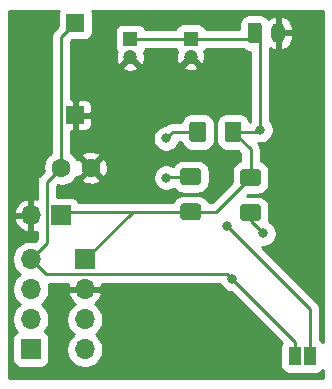
<source format=gbr>
%TF.GenerationSoftware,KiCad,Pcbnew,(5.1.6-0-10_14)*%
%TF.CreationDate,2020-10-28T22:54:16-04:00*%
%TF.ProjectId,weather_external,77656174-6865-4725-9f65-787465726e61,rev?*%
%TF.SameCoordinates,Original*%
%TF.FileFunction,Copper,L2,Bot*%
%TF.FilePolarity,Positive*%
%FSLAX46Y46*%
G04 Gerber Fmt 4.6, Leading zero omitted, Abs format (unit mm)*
G04 Created by KiCad (PCBNEW (5.1.6-0-10_14)) date 2020-10-28 22:54:16*
%MOMM*%
%LPD*%
G01*
G04 APERTURE LIST*
%TA.AperFunction,SMDPad,CuDef*%
%ADD10R,1.000000X1.500000*%
%TD*%
%TA.AperFunction,SMDPad,CuDef*%
%ADD11R,1.500000X1.500000*%
%TD*%
%TA.AperFunction,ComponentPad*%
%ADD12O,1.700000X1.700000*%
%TD*%
%TA.AperFunction,ComponentPad*%
%ADD13R,1.700000X1.700000*%
%TD*%
%TA.AperFunction,ComponentPad*%
%ADD14C,1.600000*%
%TD*%
%TA.AperFunction,ComponentPad*%
%ADD15C,1.200000*%
%TD*%
%TA.AperFunction,ComponentPad*%
%ADD16R,1.200000X1.200000*%
%TD*%
%TA.AperFunction,ComponentPad*%
%ADD17O,1.200000X1.750000*%
%TD*%
%TA.AperFunction,ViaPad*%
%ADD18C,0.800000*%
%TD*%
%TA.AperFunction,Conductor*%
%ADD19C,0.250000*%
%TD*%
%TA.AperFunction,Conductor*%
%ADD20C,0.254000*%
%TD*%
G04 APERTURE END LIST*
D10*
%TO.P,JP1,1*%
%TO.N,GPIO16*%
X22225000Y-94850000D03*
%TO.P,JP1,2*%
%TO.N,RST*%
X20925000Y-94850000D03*
%TD*%
D11*
%TO.P,SW1,2*%
%TO.N,RST*%
X2350000Y-66625000D03*
%TO.P,SW1,1*%
%TO.N,GPIO15*%
X2350000Y-74425000D03*
%TD*%
D12*
%TO.P,FTDI1,4*%
%TO.N,RST*%
X-1425000Y-86630000D03*
%TO.P,FTDI1,3*%
%TO.N,RX*%
X-1425000Y-89170000D03*
%TO.P,FTDI1,2*%
%TO.N,TX*%
X-1425000Y-91710000D03*
D13*
%TO.P,FTDI1,1*%
%TO.N,GPIO0*%
X-1425000Y-94250000D03*
%TD*%
%TO.P,R4,2*%
%TO.N,GPIO2*%
%TA.AperFunction,SMDPad,CuDef*%
G36*
G01*
X13425000Y-75225000D02*
X13425000Y-76475000D01*
G75*
G02*
X13175000Y-76725000I-250000J0D01*
G01*
X12250000Y-76725000D01*
G75*
G02*
X12000000Y-76475000I0J250000D01*
G01*
X12000000Y-75225000D01*
G75*
G02*
X12250000Y-74975000I250000J0D01*
G01*
X13175000Y-74975000D01*
G75*
G02*
X13425000Y-75225000I0J-250000D01*
G01*
G37*
%TD.AperFunction*%
%TO.P,R4,1*%
%TO.N,+3V3*%
%TA.AperFunction,SMDPad,CuDef*%
G36*
G01*
X16400000Y-75225000D02*
X16400000Y-76475000D01*
G75*
G02*
X16150000Y-76725000I-250000J0D01*
G01*
X15225000Y-76725000D01*
G75*
G02*
X14975000Y-76475000I0J250000D01*
G01*
X14975000Y-75225000D01*
G75*
G02*
X15225000Y-74975000I250000J0D01*
G01*
X16150000Y-74975000D01*
G75*
G02*
X16400000Y-75225000I0J-250000D01*
G01*
G37*
%TD.AperFunction*%
%TD*%
%TO.P,R3,2*%
%TO.N,EN*%
%TA.AperFunction,SMDPad,CuDef*%
G36*
G01*
X16550000Y-81975000D02*
X17800000Y-81975000D01*
G75*
G02*
X18050000Y-82225000I0J-250000D01*
G01*
X18050000Y-83150000D01*
G75*
G02*
X17800000Y-83400000I-250000J0D01*
G01*
X16550000Y-83400000D01*
G75*
G02*
X16300000Y-83150000I0J250000D01*
G01*
X16300000Y-82225000D01*
G75*
G02*
X16550000Y-81975000I250000J0D01*
G01*
G37*
%TD.AperFunction*%
%TO.P,R3,1*%
%TO.N,+3V3*%
%TA.AperFunction,SMDPad,CuDef*%
G36*
G01*
X16550000Y-79000000D02*
X17800000Y-79000000D01*
G75*
G02*
X18050000Y-79250000I0J-250000D01*
G01*
X18050000Y-80175000D01*
G75*
G02*
X17800000Y-80425000I-250000J0D01*
G01*
X16550000Y-80425000D01*
G75*
G02*
X16300000Y-80175000I0J250000D01*
G01*
X16300000Y-79250000D01*
G75*
G02*
X16550000Y-79000000I250000J0D01*
G01*
G37*
%TD.AperFunction*%
%TD*%
%TO.P,R2,2*%
%TO.N,GPIO0*%
%TA.AperFunction,SMDPad,CuDef*%
G36*
G01*
X12725000Y-80350000D02*
X11475000Y-80350000D01*
G75*
G02*
X11225000Y-80100000I0J250000D01*
G01*
X11225000Y-79175000D01*
G75*
G02*
X11475000Y-78925000I250000J0D01*
G01*
X12725000Y-78925000D01*
G75*
G02*
X12975000Y-79175000I0J-250000D01*
G01*
X12975000Y-80100000D01*
G75*
G02*
X12725000Y-80350000I-250000J0D01*
G01*
G37*
%TD.AperFunction*%
%TO.P,R2,1*%
%TO.N,+3V3*%
%TA.AperFunction,SMDPad,CuDef*%
G36*
G01*
X12725000Y-83325000D02*
X11475000Y-83325000D01*
G75*
G02*
X11225000Y-83075000I0J250000D01*
G01*
X11225000Y-82150000D01*
G75*
G02*
X11475000Y-81900000I250000J0D01*
G01*
X12725000Y-81900000D01*
G75*
G02*
X12975000Y-82150000I0J-250000D01*
G01*
X12975000Y-83075000D01*
G75*
G02*
X12725000Y-83325000I-250000J0D01*
G01*
G37*
%TD.AperFunction*%
%TD*%
D14*
%TO.P,C3,2*%
%TO.N,RST*%
X1150000Y-78875000D03*
%TO.P,C3,1*%
%TO.N,GPIO15*%
X3650000Y-78875000D03*
%TD*%
D12*
%TO.P,I2C1,4*%
%TO.N,SDA*%
X3150000Y-94270000D03*
%TO.P,I2C1,3*%
%TO.N,SCL*%
X3150000Y-91730000D03*
%TO.P,I2C1,2*%
%TO.N,GPIO15*%
X3150000Y-89190000D03*
D13*
%TO.P,I2C1,1*%
%TO.N,+3V3*%
X3150000Y-86650000D03*
%TD*%
D12*
%TO.P,J1,2*%
%TO.N,GPIO15*%
X-1440000Y-82925000D03*
D13*
%TO.P,J1,1*%
%TO.N,+3V3*%
X1100000Y-82925000D03*
%TD*%
D15*
%TO.P,C2,2*%
%TO.N,GPIO15*%
X7000000Y-69525000D03*
D16*
%TO.P,C2,1*%
%TO.N,+3V3*%
X7000000Y-68025000D03*
%TD*%
D17*
%TO.P,J2,2*%
%TO.N,GPIO15*%
X19525000Y-67475000D03*
%TO.P,J2,1*%
%TO.N,+3V3*%
%TA.AperFunction,ComponentPad*%
G36*
G01*
X16925000Y-68100001D02*
X16925000Y-66849999D01*
G75*
G02*
X17174999Y-66600000I249999J0D01*
G01*
X17875001Y-66600000D01*
G75*
G02*
X18125000Y-66849999I0J-249999D01*
G01*
X18125000Y-68100001D01*
G75*
G02*
X17875001Y-68350000I-249999J0D01*
G01*
X17174999Y-68350000D01*
G75*
G02*
X16925000Y-68100001I0J249999D01*
G01*
G37*
%TD.AperFunction*%
%TD*%
D15*
%TO.P,C1,2*%
%TO.N,GPIO15*%
X12100000Y-69475000D03*
D16*
%TO.P,C1,1*%
%TO.N,+3V3*%
X12100000Y-67975000D03*
%TD*%
D18*
%TO.N,+3V3*%
X18000000Y-75675000D03*
%TO.N,RST*%
X15625000Y-88300000D03*
%TO.N,GPIO0*%
X10050000Y-79725000D03*
%TO.N,GPIO2*%
X10025000Y-76400000D03*
%TO.N,GPIO16*%
X15200000Y-83850000D03*
%TO.N,EN*%
X18250000Y-84450000D03*
%TD*%
D19*
%TO.N,+3V3*%
X7187500Y-82612500D02*
X3150000Y-86650000D01*
X12100000Y-82612500D02*
X7187500Y-82612500D01*
X1412500Y-82612500D02*
X1100000Y-82925000D01*
X12100000Y-82612500D02*
X1412500Y-82612500D01*
X14275000Y-82612500D02*
X17175000Y-79712500D01*
X12100000Y-82612500D02*
X14275000Y-82612500D01*
X17175000Y-77337500D02*
X15687500Y-75850000D01*
X17175000Y-79712500D02*
X17175000Y-77337500D01*
X17825000Y-75850000D02*
X18000000Y-75675000D01*
X15687500Y-75850000D02*
X17825000Y-75850000D01*
X7050000Y-67975000D02*
X7000000Y-68025000D01*
X12100000Y-67975000D02*
X7050000Y-67975000D01*
X18000000Y-67950000D02*
X17525000Y-67475000D01*
X18000000Y-75675000D02*
X18000000Y-67950000D01*
X17025000Y-67975000D02*
X17525000Y-67475000D01*
X12100000Y-67975000D02*
X17025000Y-67975000D01*
%TO.N,RST*%
X20925000Y-93600000D02*
X15625000Y-88300000D01*
X20925000Y-94850000D02*
X20925000Y-93600000D01*
X15225001Y-87900001D02*
X-154999Y-87900001D01*
X-154999Y-87900001D02*
X-1425000Y-86630000D01*
X15625000Y-88300000D02*
X15225001Y-87900001D01*
X-75001Y-85280001D02*
X-1425000Y-86630000D01*
X-75001Y-80100001D02*
X-75001Y-85280001D01*
X1150000Y-78875000D02*
X-75001Y-80100001D01*
X1249999Y-78775001D02*
X1150000Y-78875000D01*
X1150000Y-67825000D02*
X1150000Y-78875000D01*
X2350000Y-66625000D02*
X1150000Y-67825000D01*
%TO.N,GPIO0*%
X10137500Y-79637500D02*
X10050000Y-79725000D01*
X12100000Y-79637500D02*
X10137500Y-79637500D01*
%TO.N,GPIO2*%
X10575000Y-75850000D02*
X10025000Y-76400000D01*
X12712500Y-75850000D02*
X10575000Y-75850000D01*
%TO.N,GPIO16*%
X22225000Y-90875000D02*
X15200000Y-83850000D01*
X22225000Y-94850000D02*
X22225000Y-90875000D01*
%TO.N,EN*%
X17175000Y-83375000D02*
X18250000Y-84450000D01*
X17175000Y-82687500D02*
X17175000Y-83375000D01*
%TD*%
D20*
%TO.N,GPIO15*%
G36*
X883520Y-65732483D02*
G01*
X869483Y-65875000D01*
X869483Y-66900608D01*
X577145Y-67192945D01*
X544630Y-67219630D01*
X508906Y-67263161D01*
X438161Y-67349364D01*
X371347Y-67474364D01*
X359046Y-67497377D01*
X310328Y-67657980D01*
X298226Y-67780853D01*
X293878Y-67825000D01*
X298000Y-67866849D01*
X298001Y-77607780D01*
X176594Y-77688901D01*
X-36099Y-77901594D01*
X-203210Y-78151694D01*
X-318319Y-78429590D01*
X-377000Y-78724604D01*
X-377000Y-79025396D01*
X-348514Y-79168605D01*
X-647856Y-79467946D01*
X-680371Y-79494631D01*
X-732359Y-79557980D01*
X-786840Y-79624365D01*
X-833950Y-79712501D01*
X-865955Y-79772378D01*
X-914673Y-79932981D01*
X-926566Y-80053734D01*
X-931123Y-80100001D01*
X-927001Y-80141850D01*
X-927001Y-81532414D01*
X-935901Y-81528175D01*
X-1083110Y-81483524D01*
X-1313000Y-81604845D01*
X-1313000Y-82798000D01*
X-1293000Y-82798000D01*
X-1293000Y-83052000D01*
X-1313000Y-83052000D01*
X-1313000Y-84245155D01*
X-1083110Y-84366476D01*
X-935901Y-84321825D01*
X-927000Y-84317585D01*
X-927000Y-84927090D01*
X-1088874Y-85088965D01*
X-1269679Y-85053000D01*
X-1580321Y-85053000D01*
X-1884994Y-85113604D01*
X-2171989Y-85232481D01*
X-2430279Y-85405064D01*
X-2649936Y-85624721D01*
X-2822519Y-85883011D01*
X-2941396Y-86170006D01*
X-3002000Y-86474679D01*
X-3002000Y-86785321D01*
X-2941396Y-87089994D01*
X-2822519Y-87376989D01*
X-2649936Y-87635279D01*
X-2430279Y-87854936D01*
X-2362836Y-87900000D01*
X-2430279Y-87945064D01*
X-2649936Y-88164721D01*
X-2822519Y-88423011D01*
X-2941396Y-88710006D01*
X-3002000Y-89014679D01*
X-3002000Y-89325321D01*
X-2941396Y-89629994D01*
X-2822519Y-89916989D01*
X-2649936Y-90175279D01*
X-2430279Y-90394936D01*
X-2362836Y-90440000D01*
X-2430279Y-90485064D01*
X-2649936Y-90704721D01*
X-2822519Y-90963011D01*
X-2941396Y-91250006D01*
X-3002000Y-91554679D01*
X-3002000Y-91865321D01*
X-2941396Y-92169994D01*
X-2822519Y-92456989D01*
X-2649936Y-92715279D01*
X-2610319Y-92754896D01*
X-2680853Y-92792597D01*
X-2791554Y-92883446D01*
X-2882403Y-92994147D01*
X-2949910Y-93120443D01*
X-2991480Y-93257483D01*
X-3005517Y-93400000D01*
X-3005517Y-95100000D01*
X-2991480Y-95242517D01*
X-2949910Y-95379557D01*
X-2882403Y-95505853D01*
X-2791554Y-95616554D01*
X-2680853Y-95707403D01*
X-2554557Y-95774910D01*
X-2417517Y-95816480D01*
X-2275000Y-95830517D01*
X-575000Y-95830517D01*
X-432483Y-95816480D01*
X-295443Y-95774910D01*
X-169147Y-95707403D01*
X-58446Y-95616554D01*
X32403Y-95505853D01*
X99910Y-95379557D01*
X141480Y-95242517D01*
X155517Y-95100000D01*
X155517Y-93400000D01*
X141480Y-93257483D01*
X99910Y-93120443D01*
X32403Y-92994147D01*
X-58446Y-92883446D01*
X-169147Y-92792597D01*
X-239681Y-92754896D01*
X-200064Y-92715279D01*
X-27481Y-92456989D01*
X91396Y-92169994D01*
X152000Y-91865321D01*
X152000Y-91574679D01*
X1573000Y-91574679D01*
X1573000Y-91885321D01*
X1633604Y-92189994D01*
X1752481Y-92476989D01*
X1925064Y-92735279D01*
X2144721Y-92954936D01*
X2212164Y-93000000D01*
X2144721Y-93045064D01*
X1925064Y-93264721D01*
X1752481Y-93523011D01*
X1633604Y-93810006D01*
X1573000Y-94114679D01*
X1573000Y-94425321D01*
X1633604Y-94729994D01*
X1752481Y-95016989D01*
X1925064Y-95275279D01*
X2144721Y-95494936D01*
X2403011Y-95667519D01*
X2690006Y-95786396D01*
X2994679Y-95847000D01*
X3305321Y-95847000D01*
X3609994Y-95786396D01*
X3896989Y-95667519D01*
X4155279Y-95494936D01*
X4374936Y-95275279D01*
X4547519Y-95016989D01*
X4666396Y-94729994D01*
X4727000Y-94425321D01*
X4727000Y-94114679D01*
X4666396Y-93810006D01*
X4547519Y-93523011D01*
X4374936Y-93264721D01*
X4155279Y-93045064D01*
X4087836Y-93000000D01*
X4155279Y-92954936D01*
X4374936Y-92735279D01*
X4547519Y-92476989D01*
X4666396Y-92189994D01*
X4727000Y-91885321D01*
X4727000Y-91574679D01*
X4666396Y-91270006D01*
X4547519Y-90983011D01*
X4374936Y-90724721D01*
X4155279Y-90505064D01*
X4002014Y-90402656D01*
X4031355Y-90385178D01*
X4247588Y-90190269D01*
X4421641Y-89956920D01*
X4546825Y-89694099D01*
X4591476Y-89546890D01*
X4470155Y-89317000D01*
X3277000Y-89317000D01*
X3277000Y-89337000D01*
X3023000Y-89337000D01*
X3023000Y-89317000D01*
X1829845Y-89317000D01*
X1708524Y-89546890D01*
X1753175Y-89694099D01*
X1878359Y-89956920D01*
X2052412Y-90190269D01*
X2268645Y-90385178D01*
X2297986Y-90402656D01*
X2144721Y-90505064D01*
X1925064Y-90724721D01*
X1752481Y-90983011D01*
X1633604Y-91270006D01*
X1573000Y-91574679D01*
X152000Y-91574679D01*
X152000Y-91554679D01*
X91396Y-91250006D01*
X-27481Y-90963011D01*
X-200064Y-90704721D01*
X-419721Y-90485064D01*
X-487164Y-90440000D01*
X-419721Y-90394936D01*
X-200064Y-90175279D01*
X-27481Y-89916989D01*
X91396Y-89629994D01*
X152000Y-89325321D01*
X152000Y-89014679D01*
X99749Y-88752001D01*
X1733126Y-88752001D01*
X1708524Y-88833110D01*
X1829845Y-89063000D01*
X3023000Y-89063000D01*
X3023000Y-89043000D01*
X3277000Y-89043000D01*
X3277000Y-89063000D01*
X4470155Y-89063000D01*
X4591476Y-88833110D01*
X4566874Y-88752001D01*
X14592369Y-88752001D01*
X14626266Y-88833835D01*
X14749602Y-89018421D01*
X14906579Y-89175398D01*
X15091165Y-89298734D01*
X15296266Y-89383690D01*
X15514000Y-89427000D01*
X15547091Y-89427000D01*
X19816427Y-93696337D01*
X19750090Y-93820443D01*
X19708520Y-93957483D01*
X19694483Y-94100000D01*
X19694483Y-95600000D01*
X19708520Y-95742517D01*
X19750090Y-95879557D01*
X19817597Y-96005853D01*
X19908446Y-96116554D01*
X20019147Y-96207403D01*
X20145443Y-96274910D01*
X20282483Y-96316480D01*
X20425000Y-96330517D01*
X21425000Y-96330517D01*
X21567517Y-96316480D01*
X21575000Y-96314210D01*
X21582483Y-96316480D01*
X21725000Y-96330517D01*
X22725000Y-96330517D01*
X22867517Y-96316480D01*
X23004557Y-96274910D01*
X23130853Y-96207403D01*
X23241554Y-96116554D01*
X23303001Y-96041680D01*
X23303001Y-96709000D01*
X-3237000Y-96709000D01*
X-3237000Y-83281891D01*
X-2881481Y-83281891D01*
X-2784157Y-83556252D01*
X-2635178Y-83806355D01*
X-2440269Y-84022588D01*
X-2206920Y-84196641D01*
X-1944099Y-84321825D01*
X-1796890Y-84366476D01*
X-1567000Y-84245155D01*
X-1567000Y-83052000D01*
X-2760814Y-83052000D01*
X-2881481Y-83281891D01*
X-3237000Y-83281891D01*
X-3237000Y-82568109D01*
X-2881481Y-82568109D01*
X-2760814Y-82798000D01*
X-1567000Y-82798000D01*
X-1567000Y-81604845D01*
X-1796890Y-81483524D01*
X-1944099Y-81528175D01*
X-2206920Y-81653359D01*
X-2440269Y-81827412D01*
X-2635178Y-82043645D01*
X-2784157Y-82293748D01*
X-2881481Y-82568109D01*
X-3237000Y-82568109D01*
X-3237000Y-65597000D01*
X924618Y-65597000D01*
X883520Y-65732483D01*
G37*
X883520Y-65732483D02*
X869483Y-65875000D01*
X869483Y-66900608D01*
X577145Y-67192945D01*
X544630Y-67219630D01*
X508906Y-67263161D01*
X438161Y-67349364D01*
X371347Y-67474364D01*
X359046Y-67497377D01*
X310328Y-67657980D01*
X298226Y-67780853D01*
X293878Y-67825000D01*
X298000Y-67866849D01*
X298001Y-77607780D01*
X176594Y-77688901D01*
X-36099Y-77901594D01*
X-203210Y-78151694D01*
X-318319Y-78429590D01*
X-377000Y-78724604D01*
X-377000Y-79025396D01*
X-348514Y-79168605D01*
X-647856Y-79467946D01*
X-680371Y-79494631D01*
X-732359Y-79557980D01*
X-786840Y-79624365D01*
X-833950Y-79712501D01*
X-865955Y-79772378D01*
X-914673Y-79932981D01*
X-926566Y-80053734D01*
X-931123Y-80100001D01*
X-927001Y-80141850D01*
X-927001Y-81532414D01*
X-935901Y-81528175D01*
X-1083110Y-81483524D01*
X-1313000Y-81604845D01*
X-1313000Y-82798000D01*
X-1293000Y-82798000D01*
X-1293000Y-83052000D01*
X-1313000Y-83052000D01*
X-1313000Y-84245155D01*
X-1083110Y-84366476D01*
X-935901Y-84321825D01*
X-927000Y-84317585D01*
X-927000Y-84927090D01*
X-1088874Y-85088965D01*
X-1269679Y-85053000D01*
X-1580321Y-85053000D01*
X-1884994Y-85113604D01*
X-2171989Y-85232481D01*
X-2430279Y-85405064D01*
X-2649936Y-85624721D01*
X-2822519Y-85883011D01*
X-2941396Y-86170006D01*
X-3002000Y-86474679D01*
X-3002000Y-86785321D01*
X-2941396Y-87089994D01*
X-2822519Y-87376989D01*
X-2649936Y-87635279D01*
X-2430279Y-87854936D01*
X-2362836Y-87900000D01*
X-2430279Y-87945064D01*
X-2649936Y-88164721D01*
X-2822519Y-88423011D01*
X-2941396Y-88710006D01*
X-3002000Y-89014679D01*
X-3002000Y-89325321D01*
X-2941396Y-89629994D01*
X-2822519Y-89916989D01*
X-2649936Y-90175279D01*
X-2430279Y-90394936D01*
X-2362836Y-90440000D01*
X-2430279Y-90485064D01*
X-2649936Y-90704721D01*
X-2822519Y-90963011D01*
X-2941396Y-91250006D01*
X-3002000Y-91554679D01*
X-3002000Y-91865321D01*
X-2941396Y-92169994D01*
X-2822519Y-92456989D01*
X-2649936Y-92715279D01*
X-2610319Y-92754896D01*
X-2680853Y-92792597D01*
X-2791554Y-92883446D01*
X-2882403Y-92994147D01*
X-2949910Y-93120443D01*
X-2991480Y-93257483D01*
X-3005517Y-93400000D01*
X-3005517Y-95100000D01*
X-2991480Y-95242517D01*
X-2949910Y-95379557D01*
X-2882403Y-95505853D01*
X-2791554Y-95616554D01*
X-2680853Y-95707403D01*
X-2554557Y-95774910D01*
X-2417517Y-95816480D01*
X-2275000Y-95830517D01*
X-575000Y-95830517D01*
X-432483Y-95816480D01*
X-295443Y-95774910D01*
X-169147Y-95707403D01*
X-58446Y-95616554D01*
X32403Y-95505853D01*
X99910Y-95379557D01*
X141480Y-95242517D01*
X155517Y-95100000D01*
X155517Y-93400000D01*
X141480Y-93257483D01*
X99910Y-93120443D01*
X32403Y-92994147D01*
X-58446Y-92883446D01*
X-169147Y-92792597D01*
X-239681Y-92754896D01*
X-200064Y-92715279D01*
X-27481Y-92456989D01*
X91396Y-92169994D01*
X152000Y-91865321D01*
X152000Y-91574679D01*
X1573000Y-91574679D01*
X1573000Y-91885321D01*
X1633604Y-92189994D01*
X1752481Y-92476989D01*
X1925064Y-92735279D01*
X2144721Y-92954936D01*
X2212164Y-93000000D01*
X2144721Y-93045064D01*
X1925064Y-93264721D01*
X1752481Y-93523011D01*
X1633604Y-93810006D01*
X1573000Y-94114679D01*
X1573000Y-94425321D01*
X1633604Y-94729994D01*
X1752481Y-95016989D01*
X1925064Y-95275279D01*
X2144721Y-95494936D01*
X2403011Y-95667519D01*
X2690006Y-95786396D01*
X2994679Y-95847000D01*
X3305321Y-95847000D01*
X3609994Y-95786396D01*
X3896989Y-95667519D01*
X4155279Y-95494936D01*
X4374936Y-95275279D01*
X4547519Y-95016989D01*
X4666396Y-94729994D01*
X4727000Y-94425321D01*
X4727000Y-94114679D01*
X4666396Y-93810006D01*
X4547519Y-93523011D01*
X4374936Y-93264721D01*
X4155279Y-93045064D01*
X4087836Y-93000000D01*
X4155279Y-92954936D01*
X4374936Y-92735279D01*
X4547519Y-92476989D01*
X4666396Y-92189994D01*
X4727000Y-91885321D01*
X4727000Y-91574679D01*
X4666396Y-91270006D01*
X4547519Y-90983011D01*
X4374936Y-90724721D01*
X4155279Y-90505064D01*
X4002014Y-90402656D01*
X4031355Y-90385178D01*
X4247588Y-90190269D01*
X4421641Y-89956920D01*
X4546825Y-89694099D01*
X4591476Y-89546890D01*
X4470155Y-89317000D01*
X3277000Y-89317000D01*
X3277000Y-89337000D01*
X3023000Y-89337000D01*
X3023000Y-89317000D01*
X1829845Y-89317000D01*
X1708524Y-89546890D01*
X1753175Y-89694099D01*
X1878359Y-89956920D01*
X2052412Y-90190269D01*
X2268645Y-90385178D01*
X2297986Y-90402656D01*
X2144721Y-90505064D01*
X1925064Y-90724721D01*
X1752481Y-90983011D01*
X1633604Y-91270006D01*
X1573000Y-91574679D01*
X152000Y-91574679D01*
X152000Y-91554679D01*
X91396Y-91250006D01*
X-27481Y-90963011D01*
X-200064Y-90704721D01*
X-419721Y-90485064D01*
X-487164Y-90440000D01*
X-419721Y-90394936D01*
X-200064Y-90175279D01*
X-27481Y-89916989D01*
X91396Y-89629994D01*
X152000Y-89325321D01*
X152000Y-89014679D01*
X99749Y-88752001D01*
X1733126Y-88752001D01*
X1708524Y-88833110D01*
X1829845Y-89063000D01*
X3023000Y-89063000D01*
X3023000Y-89043000D01*
X3277000Y-89043000D01*
X3277000Y-89063000D01*
X4470155Y-89063000D01*
X4591476Y-88833110D01*
X4566874Y-88752001D01*
X14592369Y-88752001D01*
X14626266Y-88833835D01*
X14749602Y-89018421D01*
X14906579Y-89175398D01*
X15091165Y-89298734D01*
X15296266Y-89383690D01*
X15514000Y-89427000D01*
X15547091Y-89427000D01*
X19816427Y-93696337D01*
X19750090Y-93820443D01*
X19708520Y-93957483D01*
X19694483Y-94100000D01*
X19694483Y-95600000D01*
X19708520Y-95742517D01*
X19750090Y-95879557D01*
X19817597Y-96005853D01*
X19908446Y-96116554D01*
X20019147Y-96207403D01*
X20145443Y-96274910D01*
X20282483Y-96316480D01*
X20425000Y-96330517D01*
X21425000Y-96330517D01*
X21567517Y-96316480D01*
X21575000Y-96314210D01*
X21582483Y-96316480D01*
X21725000Y-96330517D01*
X22725000Y-96330517D01*
X22867517Y-96316480D01*
X23004557Y-96274910D01*
X23130853Y-96207403D01*
X23241554Y-96116554D01*
X23303001Y-96041680D01*
X23303001Y-96709000D01*
X-3237000Y-96709000D01*
X-3237000Y-83281891D01*
X-2881481Y-83281891D01*
X-2784157Y-83556252D01*
X-2635178Y-83806355D01*
X-2440269Y-84022588D01*
X-2206920Y-84196641D01*
X-1944099Y-84321825D01*
X-1796890Y-84366476D01*
X-1567000Y-84245155D01*
X-1567000Y-83052000D01*
X-2760814Y-83052000D01*
X-2881481Y-83281891D01*
X-3237000Y-83281891D01*
X-3237000Y-82568109D01*
X-2881481Y-82568109D01*
X-2760814Y-82798000D01*
X-1567000Y-82798000D01*
X-1567000Y-81604845D01*
X-1796890Y-81483524D01*
X-1944099Y-81528175D01*
X-2206920Y-81653359D01*
X-2440269Y-81827412D01*
X-2635178Y-82043645D01*
X-2784157Y-82293748D01*
X-2881481Y-82568109D01*
X-3237000Y-82568109D01*
X-3237000Y-65597000D01*
X924618Y-65597000D01*
X883520Y-65732483D01*
G36*
X23303001Y-93658320D02*
G01*
X23241554Y-93583446D01*
X23130853Y-93492597D01*
X23077000Y-93463812D01*
X23077000Y-90916848D01*
X23081122Y-90874999D01*
X23077000Y-90833148D01*
X23064672Y-90707979D01*
X23015954Y-90547376D01*
X22964397Y-90450920D01*
X22936839Y-90399363D01*
X22881950Y-90332481D01*
X22830370Y-90269630D01*
X22797860Y-90242950D01*
X18130149Y-85575239D01*
X18139000Y-85577000D01*
X18361000Y-85577000D01*
X18578734Y-85533690D01*
X18783835Y-85448734D01*
X18968421Y-85325398D01*
X19125398Y-85168421D01*
X19248734Y-84983835D01*
X19333690Y-84778734D01*
X19377000Y-84561000D01*
X19377000Y-84339000D01*
X19333690Y-84121266D01*
X19248734Y-83916165D01*
X19125398Y-83731579D01*
X18968421Y-83574602D01*
X18783835Y-83451266D01*
X18734513Y-83430836D01*
X18761677Y-83341289D01*
X18780517Y-83150000D01*
X18780517Y-82225000D01*
X18761677Y-82033711D01*
X18705880Y-81849772D01*
X18615270Y-81680254D01*
X18493330Y-81531670D01*
X18344746Y-81409730D01*
X18175228Y-81319120D01*
X17991289Y-81263323D01*
X17800000Y-81244483D01*
X16847927Y-81244483D01*
X16936893Y-81155517D01*
X17800000Y-81155517D01*
X17991289Y-81136677D01*
X18175228Y-81080880D01*
X18344746Y-80990270D01*
X18493330Y-80868330D01*
X18615270Y-80719746D01*
X18705880Y-80550228D01*
X18761677Y-80366289D01*
X18780517Y-80175000D01*
X18780517Y-79250000D01*
X18761677Y-79058711D01*
X18705880Y-78874772D01*
X18615270Y-78705254D01*
X18493330Y-78556670D01*
X18344746Y-78434730D01*
X18175228Y-78344120D01*
X18027000Y-78299156D01*
X18027000Y-77379349D01*
X18031122Y-77337500D01*
X18026470Y-77290270D01*
X18014672Y-77170479D01*
X17965954Y-77009876D01*
X17886839Y-76861864D01*
X17827704Y-76789808D01*
X17889000Y-76802000D01*
X18111000Y-76802000D01*
X18328734Y-76758690D01*
X18533835Y-76673734D01*
X18718421Y-76550398D01*
X18875398Y-76393421D01*
X18998734Y-76208835D01*
X19083690Y-76003734D01*
X19127000Y-75786000D01*
X19127000Y-75564000D01*
X19083690Y-75346266D01*
X18998734Y-75141165D01*
X18875398Y-74956579D01*
X18852000Y-74933181D01*
X18852000Y-68786210D01*
X18944467Y-68847421D01*
X19169718Y-68939591D01*
X19207391Y-68943462D01*
X19398000Y-68818731D01*
X19398000Y-67602000D01*
X19652000Y-67602000D01*
X19652000Y-68818731D01*
X19842609Y-68943462D01*
X19880282Y-68939591D01*
X20105533Y-68847421D01*
X20308474Y-68713078D01*
X20481307Y-68541725D01*
X20617390Y-68339946D01*
X20711493Y-68115496D01*
X20760000Y-67877000D01*
X20760000Y-67602000D01*
X19652000Y-67602000D01*
X19398000Y-67602000D01*
X19378000Y-67602000D01*
X19378000Y-67348000D01*
X19398000Y-67348000D01*
X19398000Y-66131269D01*
X19652000Y-66131269D01*
X19652000Y-67348000D01*
X20760000Y-67348000D01*
X20760000Y-67073000D01*
X20711493Y-66834504D01*
X20617390Y-66610054D01*
X20481307Y-66408275D01*
X20308474Y-66236922D01*
X20105533Y-66102579D01*
X19880282Y-66010409D01*
X19842609Y-66006538D01*
X19652000Y-66131269D01*
X19398000Y-66131269D01*
X19207391Y-66006538D01*
X19169718Y-66010409D01*
X18944467Y-66102579D01*
X18741526Y-66236922D01*
X18682345Y-66295596D01*
X18568331Y-66156669D01*
X18419747Y-66034730D01*
X18250228Y-65944120D01*
X18066290Y-65888323D01*
X17875001Y-65869483D01*
X17174999Y-65869483D01*
X16983710Y-65888323D01*
X16799772Y-65944120D01*
X16630253Y-66034730D01*
X16481669Y-66156669D01*
X16359730Y-66305253D01*
X16269120Y-66474772D01*
X16213323Y-66658710D01*
X16194483Y-66849999D01*
X16194483Y-67123000D01*
X13383269Y-67123000D01*
X13374910Y-67095443D01*
X13307403Y-66969147D01*
X13216554Y-66858446D01*
X13105853Y-66767597D01*
X12979557Y-66700090D01*
X12842517Y-66658520D01*
X12700000Y-66644483D01*
X11500000Y-66644483D01*
X11357483Y-66658520D01*
X11220443Y-66700090D01*
X11094147Y-66767597D01*
X10983446Y-66858446D01*
X10892597Y-66969147D01*
X10825090Y-67095443D01*
X10816731Y-67123000D01*
X8262914Y-67123000D01*
X8207403Y-67019147D01*
X8116554Y-66908446D01*
X8005853Y-66817597D01*
X7879557Y-66750090D01*
X7742517Y-66708520D01*
X7600000Y-66694483D01*
X6400000Y-66694483D01*
X6257483Y-66708520D01*
X6120443Y-66750090D01*
X5994147Y-66817597D01*
X5883446Y-66908446D01*
X5792597Y-67019147D01*
X5725090Y-67145443D01*
X5683520Y-67282483D01*
X5669483Y-67425000D01*
X5669483Y-68625000D01*
X5683520Y-68767517D01*
X5725090Y-68904557D01*
X5792597Y-69030853D01*
X5841073Y-69089922D01*
X5825763Y-69123516D01*
X5770000Y-69360313D01*
X5761505Y-69603438D01*
X5800605Y-69843549D01*
X5885798Y-70071418D01*
X5926652Y-70147852D01*
X6150236Y-70195159D01*
X6820395Y-69525000D01*
X6806253Y-69510858D01*
X6961593Y-69355517D01*
X7038407Y-69355517D01*
X7193748Y-69510858D01*
X7179605Y-69525000D01*
X7849764Y-70195159D01*
X8073348Y-70147852D01*
X8174237Y-69926484D01*
X8230000Y-69689687D01*
X8238495Y-69446562D01*
X8199395Y-69206451D01*
X8156798Y-69092516D01*
X8207403Y-69030853D01*
X8274910Y-68904557D01*
X8298436Y-68827000D01*
X10816731Y-68827000D01*
X10825090Y-68854557D01*
X10892597Y-68980853D01*
X10941073Y-69039922D01*
X10925763Y-69073516D01*
X10870000Y-69310313D01*
X10861505Y-69553438D01*
X10900605Y-69793549D01*
X10985798Y-70021418D01*
X11026652Y-70097852D01*
X11250236Y-70145159D01*
X11920395Y-69475000D01*
X11906253Y-69460858D01*
X12061593Y-69305517D01*
X12138407Y-69305517D01*
X12293748Y-69460858D01*
X12279605Y-69475000D01*
X12949764Y-70145159D01*
X13173348Y-70097852D01*
X13274237Y-69876484D01*
X13330000Y-69639687D01*
X13338495Y-69396562D01*
X13299395Y-69156451D01*
X13256798Y-69042516D01*
X13307403Y-68980853D01*
X13374910Y-68854557D01*
X13383269Y-68827000D01*
X16522695Y-68827000D01*
X16630253Y-68915270D01*
X16799772Y-69005880D01*
X16983710Y-69061677D01*
X17148001Y-69077858D01*
X17148000Y-74933181D01*
X17124602Y-74956579D01*
X17099621Y-74993966D01*
X17055880Y-74849772D01*
X16965270Y-74680254D01*
X16843330Y-74531670D01*
X16694746Y-74409730D01*
X16525228Y-74319120D01*
X16341289Y-74263323D01*
X16150000Y-74244483D01*
X15225000Y-74244483D01*
X15033711Y-74263323D01*
X14849772Y-74319120D01*
X14680254Y-74409730D01*
X14531670Y-74531670D01*
X14409730Y-74680254D01*
X14319120Y-74849772D01*
X14263323Y-75033711D01*
X14244483Y-75225000D01*
X14244483Y-76475000D01*
X14263323Y-76666289D01*
X14319120Y-76850228D01*
X14409730Y-77019746D01*
X14531670Y-77168330D01*
X14680254Y-77290270D01*
X14849772Y-77380880D01*
X15033711Y-77436677D01*
X15225000Y-77455517D01*
X16088107Y-77455517D01*
X16323001Y-77690411D01*
X16323001Y-78299156D01*
X16174772Y-78344120D01*
X16005254Y-78434730D01*
X15856670Y-78556670D01*
X15734730Y-78705254D01*
X15644120Y-78874772D01*
X15588323Y-79058711D01*
X15569483Y-79250000D01*
X15569483Y-80113107D01*
X13922091Y-81760500D01*
X13623251Y-81760500D01*
X13540270Y-81605254D01*
X13418330Y-81456670D01*
X13269746Y-81334730D01*
X13100228Y-81244120D01*
X12916289Y-81188323D01*
X12725000Y-81169483D01*
X11475000Y-81169483D01*
X11283711Y-81188323D01*
X11099772Y-81244120D01*
X10930254Y-81334730D01*
X10781670Y-81456670D01*
X10659730Y-81605254D01*
X10576749Y-81760500D01*
X7229348Y-81760500D01*
X7187499Y-81756378D01*
X7145650Y-81760500D01*
X2606232Y-81760500D01*
X2557403Y-81669147D01*
X2466554Y-81558446D01*
X2355853Y-81467597D01*
X2229557Y-81400090D01*
X2092517Y-81358520D01*
X1950000Y-81344483D01*
X776999Y-81344483D01*
X776999Y-80452910D01*
X856395Y-80373514D01*
X999604Y-80402000D01*
X1300396Y-80402000D01*
X1595410Y-80343319D01*
X1873306Y-80228210D01*
X2123406Y-80061099D01*
X2316803Y-79867702D01*
X2836903Y-79867702D01*
X2908486Y-80111671D01*
X3163996Y-80232571D01*
X3438184Y-80301300D01*
X3720512Y-80315217D01*
X4000130Y-80273787D01*
X4266292Y-80178603D01*
X4391514Y-80111671D01*
X4463097Y-79867702D01*
X3650000Y-79054605D01*
X2836903Y-79867702D01*
X2316803Y-79867702D01*
X2336099Y-79848406D01*
X2478305Y-79635579D01*
X2657298Y-79688097D01*
X3470395Y-78875000D01*
X3829605Y-78875000D01*
X4642702Y-79688097D01*
X4886671Y-79616514D01*
X4887860Y-79614000D01*
X8923000Y-79614000D01*
X8923000Y-79836000D01*
X8966310Y-80053734D01*
X9051266Y-80258835D01*
X9174602Y-80443421D01*
X9331579Y-80600398D01*
X9516165Y-80723734D01*
X9721266Y-80808690D01*
X9939000Y-80852000D01*
X10161000Y-80852000D01*
X10378734Y-80808690D01*
X10583835Y-80723734D01*
X10674718Y-80663008D01*
X10781670Y-80793330D01*
X10930254Y-80915270D01*
X11099772Y-81005880D01*
X11283711Y-81061677D01*
X11475000Y-81080517D01*
X12725000Y-81080517D01*
X12916289Y-81061677D01*
X13100228Y-81005880D01*
X13269746Y-80915270D01*
X13418330Y-80793330D01*
X13540270Y-80644746D01*
X13630880Y-80475228D01*
X13686677Y-80291289D01*
X13705517Y-80100000D01*
X13705517Y-79175000D01*
X13686677Y-78983711D01*
X13630880Y-78799772D01*
X13540270Y-78630254D01*
X13418330Y-78481670D01*
X13269746Y-78359730D01*
X13100228Y-78269120D01*
X12916289Y-78213323D01*
X12725000Y-78194483D01*
X11475000Y-78194483D01*
X11283711Y-78213323D01*
X11099772Y-78269120D01*
X10930254Y-78359730D01*
X10781670Y-78481670D01*
X10659730Y-78630254D01*
X10601943Y-78738365D01*
X10583835Y-78726266D01*
X10378734Y-78641310D01*
X10161000Y-78598000D01*
X9939000Y-78598000D01*
X9721266Y-78641310D01*
X9516165Y-78726266D01*
X9331579Y-78849602D01*
X9174602Y-79006579D01*
X9051266Y-79191165D01*
X8966310Y-79396266D01*
X8923000Y-79614000D01*
X4887860Y-79614000D01*
X5007571Y-79361004D01*
X5076300Y-79086816D01*
X5090217Y-78804488D01*
X5048787Y-78524870D01*
X4953603Y-78258708D01*
X4886671Y-78133486D01*
X4642702Y-78061903D01*
X3829605Y-78875000D01*
X3470395Y-78875000D01*
X2657298Y-78061903D01*
X2478305Y-78114421D01*
X2336099Y-77901594D01*
X2316803Y-77882298D01*
X2836903Y-77882298D01*
X3650000Y-78695395D01*
X4463097Y-77882298D01*
X4391514Y-77638329D01*
X4136004Y-77517429D01*
X3861816Y-77448700D01*
X3579488Y-77434783D01*
X3299870Y-77476213D01*
X3033708Y-77571397D01*
X2908486Y-77638329D01*
X2836903Y-77882298D01*
X2316803Y-77882298D01*
X2123406Y-77688901D01*
X2002000Y-77607780D01*
X2002000Y-76289000D01*
X8898000Y-76289000D01*
X8898000Y-76511000D01*
X8941310Y-76728734D01*
X9026266Y-76933835D01*
X9149602Y-77118421D01*
X9306579Y-77275398D01*
X9491165Y-77398734D01*
X9696266Y-77483690D01*
X9914000Y-77527000D01*
X10136000Y-77527000D01*
X10353734Y-77483690D01*
X10558835Y-77398734D01*
X10743421Y-77275398D01*
X10900398Y-77118421D01*
X11023734Y-76933835D01*
X11108690Y-76728734D01*
X11114008Y-76702000D01*
X11299156Y-76702000D01*
X11344120Y-76850228D01*
X11434730Y-77019746D01*
X11556670Y-77168330D01*
X11705254Y-77290270D01*
X11874772Y-77380880D01*
X12058711Y-77436677D01*
X12250000Y-77455517D01*
X13175000Y-77455517D01*
X13366289Y-77436677D01*
X13550228Y-77380880D01*
X13719746Y-77290270D01*
X13868330Y-77168330D01*
X13990270Y-77019746D01*
X14080880Y-76850228D01*
X14136677Y-76666289D01*
X14155517Y-76475000D01*
X14155517Y-75225000D01*
X14136677Y-75033711D01*
X14080880Y-74849772D01*
X13990270Y-74680254D01*
X13868330Y-74531670D01*
X13719746Y-74409730D01*
X13550228Y-74319120D01*
X13366289Y-74263323D01*
X13175000Y-74244483D01*
X12250000Y-74244483D01*
X12058711Y-74263323D01*
X11874772Y-74319120D01*
X11705254Y-74409730D01*
X11556670Y-74531670D01*
X11434730Y-74680254D01*
X11344120Y-74849772D01*
X11299156Y-74998000D01*
X10616848Y-74998000D01*
X10574999Y-74993878D01*
X10533150Y-74998000D01*
X10533148Y-74998000D01*
X10407979Y-75010328D01*
X10247376Y-75059046D01*
X10178478Y-75095873D01*
X10099363Y-75138161D01*
X10060085Y-75170396D01*
X9969630Y-75244630D01*
X9946348Y-75273000D01*
X9914000Y-75273000D01*
X9696266Y-75316310D01*
X9491165Y-75401266D01*
X9306579Y-75524602D01*
X9149602Y-75681579D01*
X9026266Y-75866165D01*
X8941310Y-76071266D01*
X8898000Y-76289000D01*
X2002000Y-76289000D01*
X2002000Y-75810412D01*
X2064250Y-75810000D01*
X2223000Y-75651250D01*
X2223000Y-74552000D01*
X2477000Y-74552000D01*
X2477000Y-75651250D01*
X2635750Y-75810000D01*
X3100000Y-75813072D01*
X3224482Y-75800812D01*
X3344180Y-75764502D01*
X3454494Y-75705537D01*
X3551185Y-75626185D01*
X3630537Y-75529494D01*
X3689502Y-75419180D01*
X3725812Y-75299482D01*
X3738072Y-75175000D01*
X3735000Y-74710750D01*
X3576250Y-74552000D01*
X2477000Y-74552000D01*
X2223000Y-74552000D01*
X2203000Y-74552000D01*
X2203000Y-74298000D01*
X2223000Y-74298000D01*
X2223000Y-73198750D01*
X2477000Y-73198750D01*
X2477000Y-74298000D01*
X3576250Y-74298000D01*
X3735000Y-74139250D01*
X3738072Y-73675000D01*
X3725812Y-73550518D01*
X3689502Y-73430820D01*
X3630537Y-73320506D01*
X3551185Y-73223815D01*
X3454494Y-73144463D01*
X3344180Y-73085498D01*
X3224482Y-73049188D01*
X3100000Y-73036928D01*
X2635750Y-73040000D01*
X2477000Y-73198750D01*
X2223000Y-73198750D01*
X2064250Y-73040000D01*
X2002000Y-73039588D01*
X2002000Y-70374764D01*
X6329841Y-70374764D01*
X6377148Y-70598348D01*
X6598516Y-70699237D01*
X6835313Y-70755000D01*
X7078438Y-70763495D01*
X7318549Y-70724395D01*
X7546418Y-70639202D01*
X7622852Y-70598348D01*
X7670159Y-70374764D01*
X7620159Y-70324764D01*
X11429841Y-70324764D01*
X11477148Y-70548348D01*
X11698516Y-70649237D01*
X11935313Y-70705000D01*
X12178438Y-70713495D01*
X12418549Y-70674395D01*
X12646418Y-70589202D01*
X12722852Y-70548348D01*
X12770159Y-70324764D01*
X12100000Y-69654605D01*
X11429841Y-70324764D01*
X7620159Y-70324764D01*
X7000000Y-69704605D01*
X6329841Y-70374764D01*
X2002000Y-70374764D01*
X2002000Y-68177909D01*
X2074392Y-68105517D01*
X3100000Y-68105517D01*
X3242517Y-68091480D01*
X3379557Y-68049910D01*
X3505853Y-67982403D01*
X3616554Y-67891554D01*
X3707403Y-67780853D01*
X3774910Y-67654557D01*
X3816480Y-67517517D01*
X3830517Y-67375000D01*
X3830517Y-65875000D01*
X3816480Y-65732483D01*
X3775382Y-65597000D01*
X23303000Y-65597000D01*
X23303001Y-93658320D01*
G37*
X23303001Y-93658320D02*
X23241554Y-93583446D01*
X23130853Y-93492597D01*
X23077000Y-93463812D01*
X23077000Y-90916848D01*
X23081122Y-90874999D01*
X23077000Y-90833148D01*
X23064672Y-90707979D01*
X23015954Y-90547376D01*
X22964397Y-90450920D01*
X22936839Y-90399363D01*
X22881950Y-90332481D01*
X22830370Y-90269630D01*
X22797860Y-90242950D01*
X18130149Y-85575239D01*
X18139000Y-85577000D01*
X18361000Y-85577000D01*
X18578734Y-85533690D01*
X18783835Y-85448734D01*
X18968421Y-85325398D01*
X19125398Y-85168421D01*
X19248734Y-84983835D01*
X19333690Y-84778734D01*
X19377000Y-84561000D01*
X19377000Y-84339000D01*
X19333690Y-84121266D01*
X19248734Y-83916165D01*
X19125398Y-83731579D01*
X18968421Y-83574602D01*
X18783835Y-83451266D01*
X18734513Y-83430836D01*
X18761677Y-83341289D01*
X18780517Y-83150000D01*
X18780517Y-82225000D01*
X18761677Y-82033711D01*
X18705880Y-81849772D01*
X18615270Y-81680254D01*
X18493330Y-81531670D01*
X18344746Y-81409730D01*
X18175228Y-81319120D01*
X17991289Y-81263323D01*
X17800000Y-81244483D01*
X16847927Y-81244483D01*
X16936893Y-81155517D01*
X17800000Y-81155517D01*
X17991289Y-81136677D01*
X18175228Y-81080880D01*
X18344746Y-80990270D01*
X18493330Y-80868330D01*
X18615270Y-80719746D01*
X18705880Y-80550228D01*
X18761677Y-80366289D01*
X18780517Y-80175000D01*
X18780517Y-79250000D01*
X18761677Y-79058711D01*
X18705880Y-78874772D01*
X18615270Y-78705254D01*
X18493330Y-78556670D01*
X18344746Y-78434730D01*
X18175228Y-78344120D01*
X18027000Y-78299156D01*
X18027000Y-77379349D01*
X18031122Y-77337500D01*
X18026470Y-77290270D01*
X18014672Y-77170479D01*
X17965954Y-77009876D01*
X17886839Y-76861864D01*
X17827704Y-76789808D01*
X17889000Y-76802000D01*
X18111000Y-76802000D01*
X18328734Y-76758690D01*
X18533835Y-76673734D01*
X18718421Y-76550398D01*
X18875398Y-76393421D01*
X18998734Y-76208835D01*
X19083690Y-76003734D01*
X19127000Y-75786000D01*
X19127000Y-75564000D01*
X19083690Y-75346266D01*
X18998734Y-75141165D01*
X18875398Y-74956579D01*
X18852000Y-74933181D01*
X18852000Y-68786210D01*
X18944467Y-68847421D01*
X19169718Y-68939591D01*
X19207391Y-68943462D01*
X19398000Y-68818731D01*
X19398000Y-67602000D01*
X19652000Y-67602000D01*
X19652000Y-68818731D01*
X19842609Y-68943462D01*
X19880282Y-68939591D01*
X20105533Y-68847421D01*
X20308474Y-68713078D01*
X20481307Y-68541725D01*
X20617390Y-68339946D01*
X20711493Y-68115496D01*
X20760000Y-67877000D01*
X20760000Y-67602000D01*
X19652000Y-67602000D01*
X19398000Y-67602000D01*
X19378000Y-67602000D01*
X19378000Y-67348000D01*
X19398000Y-67348000D01*
X19398000Y-66131269D01*
X19652000Y-66131269D01*
X19652000Y-67348000D01*
X20760000Y-67348000D01*
X20760000Y-67073000D01*
X20711493Y-66834504D01*
X20617390Y-66610054D01*
X20481307Y-66408275D01*
X20308474Y-66236922D01*
X20105533Y-66102579D01*
X19880282Y-66010409D01*
X19842609Y-66006538D01*
X19652000Y-66131269D01*
X19398000Y-66131269D01*
X19207391Y-66006538D01*
X19169718Y-66010409D01*
X18944467Y-66102579D01*
X18741526Y-66236922D01*
X18682345Y-66295596D01*
X18568331Y-66156669D01*
X18419747Y-66034730D01*
X18250228Y-65944120D01*
X18066290Y-65888323D01*
X17875001Y-65869483D01*
X17174999Y-65869483D01*
X16983710Y-65888323D01*
X16799772Y-65944120D01*
X16630253Y-66034730D01*
X16481669Y-66156669D01*
X16359730Y-66305253D01*
X16269120Y-66474772D01*
X16213323Y-66658710D01*
X16194483Y-66849999D01*
X16194483Y-67123000D01*
X13383269Y-67123000D01*
X13374910Y-67095443D01*
X13307403Y-66969147D01*
X13216554Y-66858446D01*
X13105853Y-66767597D01*
X12979557Y-66700090D01*
X12842517Y-66658520D01*
X12700000Y-66644483D01*
X11500000Y-66644483D01*
X11357483Y-66658520D01*
X11220443Y-66700090D01*
X11094147Y-66767597D01*
X10983446Y-66858446D01*
X10892597Y-66969147D01*
X10825090Y-67095443D01*
X10816731Y-67123000D01*
X8262914Y-67123000D01*
X8207403Y-67019147D01*
X8116554Y-66908446D01*
X8005853Y-66817597D01*
X7879557Y-66750090D01*
X7742517Y-66708520D01*
X7600000Y-66694483D01*
X6400000Y-66694483D01*
X6257483Y-66708520D01*
X6120443Y-66750090D01*
X5994147Y-66817597D01*
X5883446Y-66908446D01*
X5792597Y-67019147D01*
X5725090Y-67145443D01*
X5683520Y-67282483D01*
X5669483Y-67425000D01*
X5669483Y-68625000D01*
X5683520Y-68767517D01*
X5725090Y-68904557D01*
X5792597Y-69030853D01*
X5841073Y-69089922D01*
X5825763Y-69123516D01*
X5770000Y-69360313D01*
X5761505Y-69603438D01*
X5800605Y-69843549D01*
X5885798Y-70071418D01*
X5926652Y-70147852D01*
X6150236Y-70195159D01*
X6820395Y-69525000D01*
X6806253Y-69510858D01*
X6961593Y-69355517D01*
X7038407Y-69355517D01*
X7193748Y-69510858D01*
X7179605Y-69525000D01*
X7849764Y-70195159D01*
X8073348Y-70147852D01*
X8174237Y-69926484D01*
X8230000Y-69689687D01*
X8238495Y-69446562D01*
X8199395Y-69206451D01*
X8156798Y-69092516D01*
X8207403Y-69030853D01*
X8274910Y-68904557D01*
X8298436Y-68827000D01*
X10816731Y-68827000D01*
X10825090Y-68854557D01*
X10892597Y-68980853D01*
X10941073Y-69039922D01*
X10925763Y-69073516D01*
X10870000Y-69310313D01*
X10861505Y-69553438D01*
X10900605Y-69793549D01*
X10985798Y-70021418D01*
X11026652Y-70097852D01*
X11250236Y-70145159D01*
X11920395Y-69475000D01*
X11906253Y-69460858D01*
X12061593Y-69305517D01*
X12138407Y-69305517D01*
X12293748Y-69460858D01*
X12279605Y-69475000D01*
X12949764Y-70145159D01*
X13173348Y-70097852D01*
X13274237Y-69876484D01*
X13330000Y-69639687D01*
X13338495Y-69396562D01*
X13299395Y-69156451D01*
X13256798Y-69042516D01*
X13307403Y-68980853D01*
X13374910Y-68854557D01*
X13383269Y-68827000D01*
X16522695Y-68827000D01*
X16630253Y-68915270D01*
X16799772Y-69005880D01*
X16983710Y-69061677D01*
X17148001Y-69077858D01*
X17148000Y-74933181D01*
X17124602Y-74956579D01*
X17099621Y-74993966D01*
X17055880Y-74849772D01*
X16965270Y-74680254D01*
X16843330Y-74531670D01*
X16694746Y-74409730D01*
X16525228Y-74319120D01*
X16341289Y-74263323D01*
X16150000Y-74244483D01*
X15225000Y-74244483D01*
X15033711Y-74263323D01*
X14849772Y-74319120D01*
X14680254Y-74409730D01*
X14531670Y-74531670D01*
X14409730Y-74680254D01*
X14319120Y-74849772D01*
X14263323Y-75033711D01*
X14244483Y-75225000D01*
X14244483Y-76475000D01*
X14263323Y-76666289D01*
X14319120Y-76850228D01*
X14409730Y-77019746D01*
X14531670Y-77168330D01*
X14680254Y-77290270D01*
X14849772Y-77380880D01*
X15033711Y-77436677D01*
X15225000Y-77455517D01*
X16088107Y-77455517D01*
X16323001Y-77690411D01*
X16323001Y-78299156D01*
X16174772Y-78344120D01*
X16005254Y-78434730D01*
X15856670Y-78556670D01*
X15734730Y-78705254D01*
X15644120Y-78874772D01*
X15588323Y-79058711D01*
X15569483Y-79250000D01*
X15569483Y-80113107D01*
X13922091Y-81760500D01*
X13623251Y-81760500D01*
X13540270Y-81605254D01*
X13418330Y-81456670D01*
X13269746Y-81334730D01*
X13100228Y-81244120D01*
X12916289Y-81188323D01*
X12725000Y-81169483D01*
X11475000Y-81169483D01*
X11283711Y-81188323D01*
X11099772Y-81244120D01*
X10930254Y-81334730D01*
X10781670Y-81456670D01*
X10659730Y-81605254D01*
X10576749Y-81760500D01*
X7229348Y-81760500D01*
X7187499Y-81756378D01*
X7145650Y-81760500D01*
X2606232Y-81760500D01*
X2557403Y-81669147D01*
X2466554Y-81558446D01*
X2355853Y-81467597D01*
X2229557Y-81400090D01*
X2092517Y-81358520D01*
X1950000Y-81344483D01*
X776999Y-81344483D01*
X776999Y-80452910D01*
X856395Y-80373514D01*
X999604Y-80402000D01*
X1300396Y-80402000D01*
X1595410Y-80343319D01*
X1873306Y-80228210D01*
X2123406Y-80061099D01*
X2316803Y-79867702D01*
X2836903Y-79867702D01*
X2908486Y-80111671D01*
X3163996Y-80232571D01*
X3438184Y-80301300D01*
X3720512Y-80315217D01*
X4000130Y-80273787D01*
X4266292Y-80178603D01*
X4391514Y-80111671D01*
X4463097Y-79867702D01*
X3650000Y-79054605D01*
X2836903Y-79867702D01*
X2316803Y-79867702D01*
X2336099Y-79848406D01*
X2478305Y-79635579D01*
X2657298Y-79688097D01*
X3470395Y-78875000D01*
X3829605Y-78875000D01*
X4642702Y-79688097D01*
X4886671Y-79616514D01*
X4887860Y-79614000D01*
X8923000Y-79614000D01*
X8923000Y-79836000D01*
X8966310Y-80053734D01*
X9051266Y-80258835D01*
X9174602Y-80443421D01*
X9331579Y-80600398D01*
X9516165Y-80723734D01*
X9721266Y-80808690D01*
X9939000Y-80852000D01*
X10161000Y-80852000D01*
X10378734Y-80808690D01*
X10583835Y-80723734D01*
X10674718Y-80663008D01*
X10781670Y-80793330D01*
X10930254Y-80915270D01*
X11099772Y-81005880D01*
X11283711Y-81061677D01*
X11475000Y-81080517D01*
X12725000Y-81080517D01*
X12916289Y-81061677D01*
X13100228Y-81005880D01*
X13269746Y-80915270D01*
X13418330Y-80793330D01*
X13540270Y-80644746D01*
X13630880Y-80475228D01*
X13686677Y-80291289D01*
X13705517Y-80100000D01*
X13705517Y-79175000D01*
X13686677Y-78983711D01*
X13630880Y-78799772D01*
X13540270Y-78630254D01*
X13418330Y-78481670D01*
X13269746Y-78359730D01*
X13100228Y-78269120D01*
X12916289Y-78213323D01*
X12725000Y-78194483D01*
X11475000Y-78194483D01*
X11283711Y-78213323D01*
X11099772Y-78269120D01*
X10930254Y-78359730D01*
X10781670Y-78481670D01*
X10659730Y-78630254D01*
X10601943Y-78738365D01*
X10583835Y-78726266D01*
X10378734Y-78641310D01*
X10161000Y-78598000D01*
X9939000Y-78598000D01*
X9721266Y-78641310D01*
X9516165Y-78726266D01*
X9331579Y-78849602D01*
X9174602Y-79006579D01*
X9051266Y-79191165D01*
X8966310Y-79396266D01*
X8923000Y-79614000D01*
X4887860Y-79614000D01*
X5007571Y-79361004D01*
X5076300Y-79086816D01*
X5090217Y-78804488D01*
X5048787Y-78524870D01*
X4953603Y-78258708D01*
X4886671Y-78133486D01*
X4642702Y-78061903D01*
X3829605Y-78875000D01*
X3470395Y-78875000D01*
X2657298Y-78061903D01*
X2478305Y-78114421D01*
X2336099Y-77901594D01*
X2316803Y-77882298D01*
X2836903Y-77882298D01*
X3650000Y-78695395D01*
X4463097Y-77882298D01*
X4391514Y-77638329D01*
X4136004Y-77517429D01*
X3861816Y-77448700D01*
X3579488Y-77434783D01*
X3299870Y-77476213D01*
X3033708Y-77571397D01*
X2908486Y-77638329D01*
X2836903Y-77882298D01*
X2316803Y-77882298D01*
X2123406Y-77688901D01*
X2002000Y-77607780D01*
X2002000Y-76289000D01*
X8898000Y-76289000D01*
X8898000Y-76511000D01*
X8941310Y-76728734D01*
X9026266Y-76933835D01*
X9149602Y-77118421D01*
X9306579Y-77275398D01*
X9491165Y-77398734D01*
X9696266Y-77483690D01*
X9914000Y-77527000D01*
X10136000Y-77527000D01*
X10353734Y-77483690D01*
X10558835Y-77398734D01*
X10743421Y-77275398D01*
X10900398Y-77118421D01*
X11023734Y-76933835D01*
X11108690Y-76728734D01*
X11114008Y-76702000D01*
X11299156Y-76702000D01*
X11344120Y-76850228D01*
X11434730Y-77019746D01*
X11556670Y-77168330D01*
X11705254Y-77290270D01*
X11874772Y-77380880D01*
X12058711Y-77436677D01*
X12250000Y-77455517D01*
X13175000Y-77455517D01*
X13366289Y-77436677D01*
X13550228Y-77380880D01*
X13719746Y-77290270D01*
X13868330Y-77168330D01*
X13990270Y-77019746D01*
X14080880Y-76850228D01*
X14136677Y-76666289D01*
X14155517Y-76475000D01*
X14155517Y-75225000D01*
X14136677Y-75033711D01*
X14080880Y-74849772D01*
X13990270Y-74680254D01*
X13868330Y-74531670D01*
X13719746Y-74409730D01*
X13550228Y-74319120D01*
X13366289Y-74263323D01*
X13175000Y-74244483D01*
X12250000Y-74244483D01*
X12058711Y-74263323D01*
X11874772Y-74319120D01*
X11705254Y-74409730D01*
X11556670Y-74531670D01*
X11434730Y-74680254D01*
X11344120Y-74849772D01*
X11299156Y-74998000D01*
X10616848Y-74998000D01*
X10574999Y-74993878D01*
X10533150Y-74998000D01*
X10533148Y-74998000D01*
X10407979Y-75010328D01*
X10247376Y-75059046D01*
X10178478Y-75095873D01*
X10099363Y-75138161D01*
X10060085Y-75170396D01*
X9969630Y-75244630D01*
X9946348Y-75273000D01*
X9914000Y-75273000D01*
X9696266Y-75316310D01*
X9491165Y-75401266D01*
X9306579Y-75524602D01*
X9149602Y-75681579D01*
X9026266Y-75866165D01*
X8941310Y-76071266D01*
X8898000Y-76289000D01*
X2002000Y-76289000D01*
X2002000Y-75810412D01*
X2064250Y-75810000D01*
X2223000Y-75651250D01*
X2223000Y-74552000D01*
X2477000Y-74552000D01*
X2477000Y-75651250D01*
X2635750Y-75810000D01*
X3100000Y-75813072D01*
X3224482Y-75800812D01*
X3344180Y-75764502D01*
X3454494Y-75705537D01*
X3551185Y-75626185D01*
X3630537Y-75529494D01*
X3689502Y-75419180D01*
X3725812Y-75299482D01*
X3738072Y-75175000D01*
X3735000Y-74710750D01*
X3576250Y-74552000D01*
X2477000Y-74552000D01*
X2223000Y-74552000D01*
X2203000Y-74552000D01*
X2203000Y-74298000D01*
X2223000Y-74298000D01*
X2223000Y-73198750D01*
X2477000Y-73198750D01*
X2477000Y-74298000D01*
X3576250Y-74298000D01*
X3735000Y-74139250D01*
X3738072Y-73675000D01*
X3725812Y-73550518D01*
X3689502Y-73430820D01*
X3630537Y-73320506D01*
X3551185Y-73223815D01*
X3454494Y-73144463D01*
X3344180Y-73085498D01*
X3224482Y-73049188D01*
X3100000Y-73036928D01*
X2635750Y-73040000D01*
X2477000Y-73198750D01*
X2223000Y-73198750D01*
X2064250Y-73040000D01*
X2002000Y-73039588D01*
X2002000Y-70374764D01*
X6329841Y-70374764D01*
X6377148Y-70598348D01*
X6598516Y-70699237D01*
X6835313Y-70755000D01*
X7078438Y-70763495D01*
X7318549Y-70724395D01*
X7546418Y-70639202D01*
X7622852Y-70598348D01*
X7670159Y-70374764D01*
X7620159Y-70324764D01*
X11429841Y-70324764D01*
X11477148Y-70548348D01*
X11698516Y-70649237D01*
X11935313Y-70705000D01*
X12178438Y-70713495D01*
X12418549Y-70674395D01*
X12646418Y-70589202D01*
X12722852Y-70548348D01*
X12770159Y-70324764D01*
X12100000Y-69654605D01*
X11429841Y-70324764D01*
X7620159Y-70324764D01*
X7000000Y-69704605D01*
X6329841Y-70374764D01*
X2002000Y-70374764D01*
X2002000Y-68177909D01*
X2074392Y-68105517D01*
X3100000Y-68105517D01*
X3242517Y-68091480D01*
X3379557Y-68049910D01*
X3505853Y-67982403D01*
X3616554Y-67891554D01*
X3707403Y-67780853D01*
X3774910Y-67654557D01*
X3816480Y-67517517D01*
X3830517Y-67375000D01*
X3830517Y-65875000D01*
X3816480Y-65732483D01*
X3775382Y-65597000D01*
X23303000Y-65597000D01*
X23303001Y-93658320D01*
%TD*%
M02*

</source>
